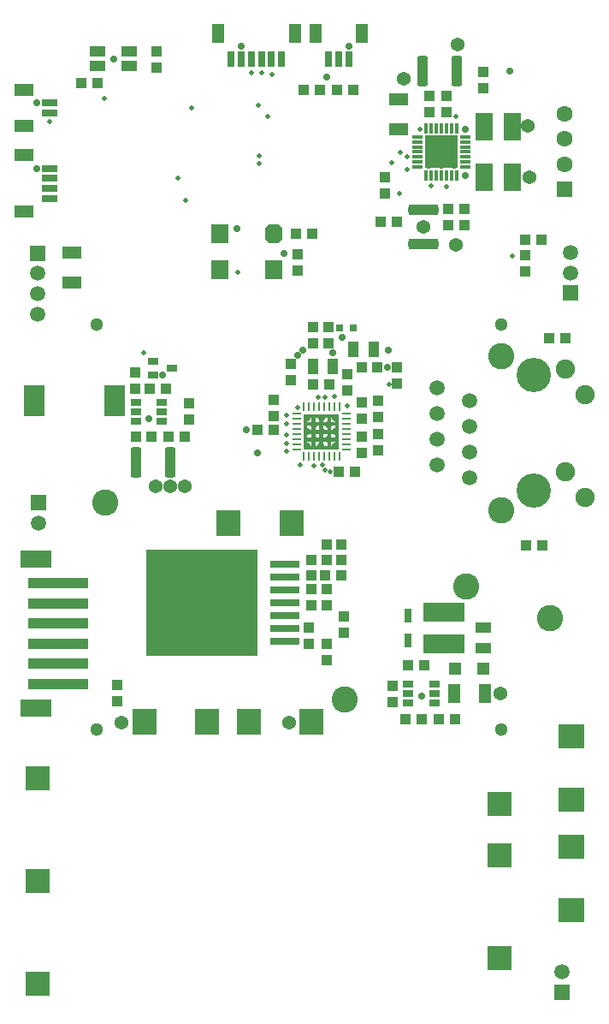
<source format=gbr>
%TF.GenerationSoftware,Altium Limited,Altium Designer,20.1.12 (249)*%
G04 Layer_Color=8388736*
%FSLAX45Y45*%
%MOMM*%
%TF.SameCoordinates,0418086A-757F-42B6-A3B9-695331E80F4B*%
%TF.FilePolarity,Negative*%
%TF.FileFunction,Soldermask,Top*%
%TF.Part,Single*%
G01*
G75*
%TA.AperFunction,SMDPad,CuDef*%
%ADD24R,0.81280X0.25400*%
%ADD25R,0.25400X0.81280*%
%ADD42R,11.12520X10.51560*%
%ADD43R,2.97180X0.78740*%
%TA.AperFunction,ComponentPad*%
%ADD56C,1.50000*%
%ADD57R,1.50000X1.50000*%
%TA.AperFunction,ViaPad*%
%ADD63C,0.50000*%
%TA.AperFunction,SMDPad,CuDef*%
%ADD74R,1.05000X1.10000*%
%ADD77R,1.10000X1.05000*%
%ADD78R,1.50000X1.05000*%
%ADD79R,1.05000X1.50000*%
%TA.AperFunction,WasherPad*%
%ADD80C,1.30000*%
%TA.AperFunction,ComponentPad*%
%ADD81C,2.60000*%
%ADD82C,1.60000*%
%ADD83R,1.60000X1.60000*%
%ADD84C,3.40000*%
%ADD85C,1.90000*%
%ADD86R,2.40000X2.40000*%
%TA.AperFunction,ViaPad*%
%ADD87C,0.70000*%
%ADD88C,1.37000*%
%ADD89C,2.60000*%
%TA.AperFunction,SMDPad,SMDef*%
%ADD93R,0.02540X0.02540*%
%TA.AperFunction,ConnectorPad*%
%ADD94R,0.70000X1.65000*%
%ADD95R,1.30000X1.90000*%
%TA.AperFunction,SMDPad,CuDef*%
%ADD96R,1.65000X0.70000*%
%ADD97R,1.90000X1.30000*%
%ADD98R,1.90000X1.25000*%
%ADD99R,2.40000X2.55000*%
%ADD100R,4.10000X1.90000*%
%ADD101R,1.25000X1.90000*%
G04:AMPARAMS|DCode=102|XSize=1.1mm|YSize=0.7mm|CornerRadius=0.2mm|HoleSize=0mm|Usage=FLASHONLY|Rotation=0.000|XOffset=0mm|YOffset=0mm|HoleType=Round|Shape=RoundedRectangle|*
%AMROUNDEDRECTD102*
21,1,1.10000,0.30000,0,0,0.0*
21,1,0.70000,0.70000,0,0,0.0*
1,1,0.40000,0.35000,-0.15000*
1,1,0.40000,-0.35000,-0.15000*
1,1,0.40000,-0.35000,0.15000*
1,1,0.40000,0.35000,0.15000*
%
%ADD102ROUNDEDRECTD102*%
%ADD103R,2.55000X2.40000*%
%ADD104R,1.70000X2.80000*%
%ADD105R,0.75000X0.80000*%
%TA.AperFunction,ConnectorPad*%
%ADD106R,3.10000X1.70000*%
%ADD107R,5.90000X1.10000*%
%TA.AperFunction,SMDPad,CuDef*%
G04:AMPARAMS|DCode=108|XSize=1.1mm|YSize=3mm|CornerRadius=0.3mm|HoleSize=0mm|Usage=FLASHONLY|Rotation=180.000|XOffset=0mm|YOffset=0mm|HoleType=Round|Shape=RoundedRectangle|*
%AMROUNDEDRECTD108*
21,1,1.10000,2.40000,0,0,180.0*
21,1,0.50000,3.00000,0,0,180.0*
1,1,0.60000,-0.25000,1.20000*
1,1,0.60000,0.25000,1.20000*
1,1,0.60000,0.25000,-1.20000*
1,1,0.60000,-0.25000,-1.20000*
%
%ADD108ROUNDEDRECTD108*%
%ADD109R,1.00000X0.80000*%
%ADD110R,2.10000X3.10000*%
%ADD111R,0.35000X1.05000*%
%ADD112R,1.70000X1.90000*%
%ADD113R,0.70000X1.40000*%
G04:AMPARAMS|DCode=114|XSize=1.7mm|YSize=1.9mm|CornerRadius=0mm|HoleSize=0mm|Usage=FLASHONLY|Rotation=180.000|XOffset=0mm|YOffset=0mm|HoleType=Round|Shape=Octagon|*
%AMOCTAGOND114*
4,1,8,0.42500,-0.95000,-0.42500,-0.95000,-0.85000,-0.52500,-0.85000,0.52500,-0.42500,0.95000,0.42500,0.95000,0.85000,0.52500,0.85000,-0.52500,0.42500,-0.95000,0.0*
%
%ADD114OCTAGOND114*%

%ADD115R,1.05000X0.35000*%
%ADD116R,3.25000X3.25000*%
G04:AMPARAMS|DCode=117|XSize=1.1mm|YSize=3mm|CornerRadius=0.3mm|HoleSize=0mm|Usage=FLASHONLY|Rotation=90.000|XOffset=0mm|YOffset=0mm|HoleType=Round|Shape=RoundedRectangle|*
%AMROUNDEDRECTD117*
21,1,1.10000,2.40000,0,0,90.0*
21,1,0.50000,3.00000,0,0,90.0*
1,1,0.60000,1.20000,0.25000*
1,1,0.60000,1.20000,-0.25000*
1,1,0.60000,-1.20000,-0.25000*
1,1,0.60000,-1.20000,0.25000*
%
%ADD117ROUNDEDRECTD117*%
%ADD118R,1.30000X1.30000*%
%ADD119R,1.60000X1.00000*%
G36*
X3396640Y6077810D02*
Y6037810D01*
Y5999070D01*
Y5959070D01*
Y5920330D01*
Y5880330D01*
Y5841590D01*
Y5763170D01*
X3043580D01*
Y5801590D01*
Y5841590D01*
Y5880330D01*
Y5920330D01*
Y5959070D01*
Y5999070D01*
Y6037810D01*
Y6077810D01*
Y6116230D01*
X3396640D01*
Y6077810D01*
D02*
G37*
%LPC*%
G36*
X3358220D02*
X3318220D01*
Y6037810D01*
X3358220D01*
Y6077810D01*
D02*
G37*
G36*
X3279480D02*
X3239480D01*
Y6037810D01*
X3279480D01*
Y6077810D01*
D02*
G37*
G36*
X3200740D02*
X3160740D01*
Y6037810D01*
X3200740D01*
Y6077810D01*
D02*
G37*
G36*
X3122000D02*
X3082000D01*
Y6037810D01*
X3122000D01*
Y6077810D01*
D02*
G37*
G36*
X3358220Y5999070D02*
X3318220D01*
Y5959070D01*
X3358220D01*
Y5999070D01*
D02*
G37*
G36*
X3279480D02*
X3239480D01*
Y5959070D01*
X3279480D01*
Y5999070D01*
D02*
G37*
G36*
X3200740D02*
X3160740D01*
Y5959070D01*
X3200740D01*
Y5999070D01*
D02*
G37*
G36*
X3122000D02*
X3082000D01*
Y5959070D01*
X3122000D01*
Y5999070D01*
D02*
G37*
G36*
X3358220Y5920330D02*
X3318220D01*
Y5880330D01*
X3358220D01*
Y5920330D01*
D02*
G37*
G36*
X3279480D02*
X3239480D01*
Y5880330D01*
X3279480D01*
Y5920330D01*
D02*
G37*
G36*
X3200740D02*
X3160740D01*
Y5880330D01*
X3200740D01*
Y5920330D01*
D02*
G37*
G36*
X3122000D02*
X3082000D01*
Y5880330D01*
X3122000D01*
Y5920330D01*
D02*
G37*
G36*
X3358220Y5841590D02*
X3318220D01*
Y5801590D01*
X3358220D01*
Y5841590D01*
D02*
G37*
G36*
X3279480D02*
X3239480D01*
Y5801590D01*
X3279480D01*
Y5841590D01*
D02*
G37*
G36*
X3200740D02*
X3160740D01*
Y5801590D01*
X3200740D01*
Y5841590D01*
D02*
G37*
G36*
X3122000D02*
X3082000D01*
Y5801590D01*
X3122000D01*
Y5841590D01*
D02*
G37*
%LPD*%
D24*
X3465220Y5863499D02*
D03*
X2975000Y5965099D02*
D03*
X3465220Y6066699D02*
D03*
Y6015899D02*
D03*
X2975000Y6117499D02*
D03*
Y6066699D02*
D03*
Y6015899D02*
D03*
Y5914299D02*
D03*
Y5863499D02*
D03*
Y5812699D02*
D03*
Y5761899D02*
D03*
X3465220D02*
D03*
Y5812699D02*
D03*
Y5914299D02*
D03*
Y5965099D02*
D03*
Y6117499D02*
D03*
D25*
X3397910Y6184809D02*
D03*
X3347110D02*
D03*
X3296310D02*
D03*
X3245510D02*
D03*
X3194710D02*
D03*
X3143910D02*
D03*
X3093110D02*
D03*
X3042310D02*
D03*
Y5694589D02*
D03*
X3093110D02*
D03*
X3143910D02*
D03*
X3194710D02*
D03*
X3245510D02*
D03*
X3296310D02*
D03*
X3347110D02*
D03*
X3397910D02*
D03*
D42*
X2038350Y4253499D02*
D03*
D43*
X2857500Y4634499D02*
D03*
Y4507499D02*
D03*
Y4380499D02*
D03*
Y4253499D02*
D03*
Y4126499D02*
D03*
Y3999499D02*
D03*
Y3872499D02*
D03*
D56*
X412501Y7504999D02*
D03*
Y7304999D02*
D03*
Y7105000D02*
D03*
X5599999Y599999D02*
D03*
X5685003Y7712502D02*
D03*
Y7512502D02*
D03*
X4687809Y5736900D02*
D03*
X4370309Y6117900D02*
D03*
X419999Y5040000D02*
D03*
X4370309Y6371900D02*
D03*
X4687809Y5482900D02*
D03*
Y6244900D02*
D03*
X4370309Y5609900D02*
D03*
Y5863900D02*
D03*
X4687809Y5990900D02*
D03*
D57*
X412501Y7704999D02*
D03*
X5599999Y399999D02*
D03*
X5685003Y7312497D02*
D03*
X419999Y5240000D02*
D03*
D63*
X530001Y9010000D02*
D03*
X2630002Y9489999D02*
D03*
X2692502Y9060002D02*
D03*
X2607498Y8670000D02*
D03*
Y8590001D02*
D03*
X2600000Y9171249D02*
D03*
X2730002Y9469999D02*
D03*
X2530003Y9489999D02*
D03*
X1800001Y8450001D02*
D03*
X1880001Y8230001D02*
D03*
X5110002Y7680000D02*
D03*
X1460002Y6720002D02*
D03*
X3259999Y6279998D02*
D03*
X3348553Y6288557D02*
D03*
X3480460Y6200049D02*
D03*
X3890000Y6410000D02*
D03*
X4200002Y8930000D02*
D03*
X4000002Y8699998D02*
D03*
X4549999Y9060002D02*
D03*
X4309999Y8370001D02*
D03*
X4460001Y8359999D02*
D03*
X3920002Y8599998D02*
D03*
X4071818Y8658179D02*
D03*
X3990000Y8299999D02*
D03*
X4069999Y8530001D02*
D03*
X1940001Y9140002D02*
D03*
X1070000Y9240002D02*
D03*
X3010002Y5610001D02*
D03*
X2879999Y5750001D02*
D03*
Y5819999D02*
D03*
X2389998Y7520000D02*
D03*
X3190001Y6279998D02*
D03*
X2990002Y6179998D02*
D03*
X2879999Y5910001D02*
D03*
X3150001Y5599999D02*
D03*
X3230001Y5610001D02*
D03*
X3256437Y5561772D02*
D03*
X3307608Y5541609D02*
D03*
X2879999Y6019998D02*
D03*
Y6099998D02*
D03*
D74*
X1005002Y9392498D02*
D03*
X845002D02*
D03*
X3777498Y6580002D02*
D03*
X3617498D02*
D03*
X3965001Y8020004D02*
D03*
X3805001D02*
D03*
X3418830Y4520199D02*
D03*
X3258830D02*
D03*
X4242501Y3634999D02*
D03*
X4082501D02*
D03*
X4212499Y3099999D02*
D03*
X4052499D02*
D03*
X4542500D02*
D03*
X4382501D02*
D03*
X5477500Y6865000D02*
D03*
X5637500D02*
D03*
X3379998Y9319997D02*
D03*
X3210001D02*
D03*
X3550112Y5542199D02*
D03*
X5245313Y4817400D02*
D03*
X1520002Y6370000D02*
D03*
X1680002D02*
D03*
X1382502Y5887898D02*
D03*
X1542501D02*
D03*
X1865000D02*
D03*
X1705000D02*
D03*
X3050002Y9319997D02*
D03*
X3539998D02*
D03*
X3132496Y7902504D02*
D03*
X2747503Y5962498D02*
D03*
X2587498D02*
D03*
X5240000Y7840000D02*
D03*
X5399999D02*
D03*
X5405313Y4817400D02*
D03*
X3297611Y6409700D02*
D03*
X3137611D02*
D03*
X3390108Y5542199D02*
D03*
X2972496Y7902504D02*
D03*
D77*
X1587500Y9700001D02*
D03*
Y9540001D02*
D03*
X3972499Y6580002D02*
D03*
Y6420002D02*
D03*
X2982498Y7697500D02*
D03*
Y7537501D02*
D03*
X3442828Y3952900D02*
D03*
Y4112900D02*
D03*
X3097530Y4003299D02*
D03*
Y3843299D02*
D03*
X3270331Y3685398D02*
D03*
Y3845403D02*
D03*
X3922502Y3270001D02*
D03*
Y3430001D02*
D03*
X4827504Y9337502D02*
D03*
Y9497502D02*
D03*
X5240000Y7529998D02*
D03*
Y7689997D02*
D03*
X3625108Y5732201D02*
D03*
X3620110Y6227201D02*
D03*
X3480110Y6352200D02*
D03*
X3782609Y5759699D02*
D03*
X3785108Y6249700D02*
D03*
X1912498Y6225002D02*
D03*
Y6065002D02*
D03*
X1374999Y6525001D02*
D03*
Y6365001D02*
D03*
X1202497Y3275005D02*
D03*
Y3435005D02*
D03*
X3850000Y8459998D02*
D03*
X3295112Y6972198D02*
D03*
X3135112D02*
D03*
X2747503Y6097499D02*
D03*
Y6257503D02*
D03*
X2919999Y6452499D02*
D03*
Y6612499D02*
D03*
X3625108Y5892201D02*
D03*
X3782609Y5919699D02*
D03*
X3785108Y6089701D02*
D03*
X3620110Y6067201D02*
D03*
X3480110Y6512199D02*
D03*
X3295112Y6812199D02*
D03*
X3135112D02*
D03*
X4480001Y7979999D02*
D03*
Y8139999D02*
D03*
X4635002Y7979999D02*
D03*
Y8139999D02*
D03*
X4287500Y9257502D02*
D03*
Y9097498D02*
D03*
X3850000Y8299999D02*
D03*
X4457502Y9257502D02*
D03*
Y9097498D02*
D03*
X3415030Y4668799D02*
D03*
Y4828799D02*
D03*
X3275330Y4668799D02*
D03*
Y4828799D02*
D03*
X3122930Y4676399D02*
D03*
Y4516399D02*
D03*
Y4224299D02*
D03*
Y4384299D02*
D03*
X3275330Y4224299D02*
D03*
Y4384299D02*
D03*
D78*
X4827499Y3800003D02*
D03*
Y4000002D02*
D03*
D79*
X3537610Y6752199D02*
D03*
X3137611Y6582202D02*
D03*
X3337611D02*
D03*
X3737610Y6752199D02*
D03*
D80*
X5000000Y2999999D02*
D03*
X999998D02*
D03*
X5000000Y7000001D02*
D03*
X999998D02*
D03*
D81*
X5005309Y6689400D02*
D03*
Y5165400D02*
D03*
D82*
X5627502Y8585002D02*
D03*
Y8834999D02*
D03*
Y9085001D02*
D03*
D83*
Y8335000D02*
D03*
D84*
X5322809Y5355900D02*
D03*
Y6498900D02*
D03*
D85*
X5640309Y5546400D02*
D03*
Y6562400D02*
D03*
X5830809Y5292400D02*
D03*
Y6308400D02*
D03*
D86*
X414000Y2516002D02*
D03*
Y484002D02*
D03*
Y1500002D02*
D03*
X4986000Y738002D02*
D03*
Y2262002D02*
D03*
Y1754002D02*
D03*
D87*
X5087620Y9507220D02*
D03*
X3271520Y9448800D02*
D03*
X2850002Y7700000D02*
D03*
X2387498Y7950002D02*
D03*
X4279997Y8837503D02*
D03*
X4540006Y8577499D02*
D03*
X2591481Y5730296D02*
D03*
X2480000Y5959998D02*
D03*
X3359323Y5799821D02*
D03*
X3430001Y6869999D02*
D03*
X3039999Y6749999D02*
D03*
X3330001Y6720002D02*
D03*
X3290001Y5870001D02*
D03*
X3360110Y5939699D02*
D03*
X3290001Y6010001D02*
D03*
X3360110Y6079698D02*
D03*
X3220110D02*
D03*
X2990002Y6700002D02*
D03*
X3880002Y6749999D02*
D03*
X3874999Y6580002D02*
D03*
X403753Y8545002D02*
D03*
Y9194998D02*
D03*
X1162502Y9627499D02*
D03*
X2427498Y9752498D02*
D03*
X3492500D02*
D03*
X4540001Y8707501D02*
D03*
X4475002Y8642497D02*
D03*
X4409999Y8837503D02*
D03*
X4540001D02*
D03*
X4279997Y8707501D02*
D03*
X4410004Y8577499D02*
D03*
X4279997D02*
D03*
X4344995Y8772505D02*
D03*
X4475002Y8772500D02*
D03*
X4345000Y8642497D02*
D03*
X4409999Y8707501D02*
D03*
X3079323Y5939820D02*
D03*
X3150001Y6010001D02*
D03*
X3219323Y5799821D02*
D03*
X3079323D02*
D03*
X3080111Y6079698D02*
D03*
X3150001Y5870001D02*
D03*
X3220110Y5939699D02*
D03*
X1649999Y6500002D02*
D03*
X1510000Y6070001D02*
D03*
X4209999Y3330001D02*
D03*
X4649998Y8477499D02*
D03*
X4645000Y8932499D02*
D03*
D88*
X1580002Y5399999D02*
D03*
X1869999D02*
D03*
X1727500Y5404805D02*
D03*
X4040002Y9429999D02*
D03*
X4989998Y3350001D02*
D03*
X2899999Y3059999D02*
D03*
X1240003D02*
D03*
X1856669Y4106667D02*
D03*
X2153331D02*
D03*
Y4403334D02*
D03*
X2301667Y4254998D02*
D03*
X1708333D02*
D03*
Y4551665D02*
D03*
Y3958331D02*
D03*
X2005000Y4551665D02*
D03*
Y4254998D02*
D03*
Y3958331D02*
D03*
X2301667Y4551665D02*
D03*
Y3958331D02*
D03*
X1856669Y4700001D02*
D03*
X2153331D02*
D03*
X2449998D02*
D03*
X1856669Y4403334D02*
D03*
X2449998D02*
D03*
Y4106667D02*
D03*
X1856669Y3810000D02*
D03*
X2153331D02*
D03*
X2449998D02*
D03*
X1560002D02*
D03*
Y4106667D02*
D03*
Y4403334D02*
D03*
Y4700001D02*
D03*
X4555002Y7792502D02*
D03*
X5267498Y8962502D02*
D03*
X5282499Y8457499D02*
D03*
X4229999Y7964998D02*
D03*
X4567499Y9767499D02*
D03*
D89*
X1083884Y5238181D02*
D03*
X4653879Y4408180D02*
D03*
X3450001Y3290001D02*
D03*
X5480497Y4092986D02*
D03*
D93*
X3220110Y5939699D02*
D03*
D94*
X3292099Y9625000D02*
D03*
X3492099D02*
D03*
X3392099D02*
D03*
X2827503D02*
D03*
X2727503D02*
D03*
X2627498D02*
D03*
X2527498D02*
D03*
X2427498D02*
D03*
X2327499D02*
D03*
D95*
X3622101Y9877501D02*
D03*
X3162102D02*
D03*
X2957500D02*
D03*
X2197501D02*
D03*
D96*
X531251Y9194998D02*
D03*
Y9094998D02*
D03*
Y8545002D02*
D03*
Y8245003D02*
D03*
Y8445002D02*
D03*
Y8345002D02*
D03*
D97*
X278750Y8965001D02*
D03*
Y9325000D02*
D03*
Y8674999D02*
D03*
Y8115000D02*
D03*
D98*
X752500Y7412502D02*
D03*
Y7712502D02*
D03*
X3987500Y8927501D02*
D03*
Y9227500D02*
D03*
D99*
X2092498Y3070001D02*
D03*
X1472499D02*
D03*
X2924932Y5040899D02*
D03*
X2304928D02*
D03*
X3119999Y3070001D02*
D03*
X2500000D02*
D03*
D100*
X4437502Y3845001D02*
D03*
Y4154998D02*
D03*
D101*
X4837501Y3350001D02*
D03*
X4537502D02*
D03*
D102*
X4342501Y3255000D02*
D03*
Y3350001D02*
D03*
Y3445002D02*
D03*
X4082501Y3255000D02*
D03*
Y3350001D02*
D03*
Y3445002D02*
D03*
X1642501Y6042899D02*
D03*
Y6137900D02*
D03*
Y6232901D02*
D03*
X1382502Y6042899D02*
D03*
Y6137900D02*
D03*
Y6232901D02*
D03*
D103*
X5699999Y2926202D02*
D03*
Y2306198D02*
D03*
Y1834002D02*
D03*
Y1213998D02*
D03*
D104*
X4829998Y8957498D02*
D03*
X5110002D02*
D03*
X4829998Y8457499D02*
D03*
X5110002D02*
D03*
D105*
X3535111Y6969699D02*
D03*
X3400110D02*
D03*
D106*
X397500Y4685000D02*
D03*
Y3205002D02*
D03*
D107*
X617499Y4445000D02*
D03*
Y4245000D02*
D03*
Y4045001D02*
D03*
Y3845001D02*
D03*
Y3445002D02*
D03*
Y3645002D02*
D03*
D108*
X1387500Y5637901D02*
D03*
X1727500D02*
D03*
X4562500Y9505000D02*
D03*
X4222501D02*
D03*
D109*
X1745000Y6570000D02*
D03*
X1554998Y6505001D02*
D03*
Y6634998D02*
D03*
D110*
X375001Y6245001D02*
D03*
X1174999D02*
D03*
D111*
X4260002Y8472500D02*
D03*
X4460001D02*
D03*
X4509999Y8942502D02*
D03*
X4260002D02*
D03*
X4309999Y8472500D02*
D03*
X4460001Y8942502D02*
D03*
X4409999Y8472500D02*
D03*
X4560001Y8942502D02*
D03*
Y8472500D02*
D03*
X4409999Y8942502D02*
D03*
X4360001D02*
D03*
X4309999D02*
D03*
X4360001Y8472500D02*
D03*
X4509999D02*
D03*
D112*
X2752496Y7540000D02*
D03*
X2212497Y7899999D02*
D03*
Y7540000D02*
D03*
D113*
X4082501Y4125001D02*
D03*
Y3874999D02*
D03*
D114*
X2752496Y7899999D02*
D03*
D115*
X4174998Y8707501D02*
D03*
Y8657499D02*
D03*
Y8807501D02*
D03*
Y8757498D02*
D03*
Y8557499D02*
D03*
X4645000Y8657499D02*
D03*
Y8757498D02*
D03*
X4174998Y8857498D02*
D03*
Y8607501D02*
D03*
X4645000Y8557499D02*
D03*
Y8607501D02*
D03*
Y8707501D02*
D03*
Y8807501D02*
D03*
Y8857498D02*
D03*
D116*
X4409999Y8707501D02*
D03*
D117*
X4232499Y8137500D02*
D03*
Y7797500D02*
D03*
D118*
X4827499Y3599998D02*
D03*
X4547499D02*
D03*
D119*
X1007501Y9555002D02*
D03*
Y9700001D02*
D03*
X1317498Y9554997D02*
D03*
Y9700001D02*
D03*
%TF.MD5,125479789863738ffadbc0f6a2e323db*%
M02*

</source>
